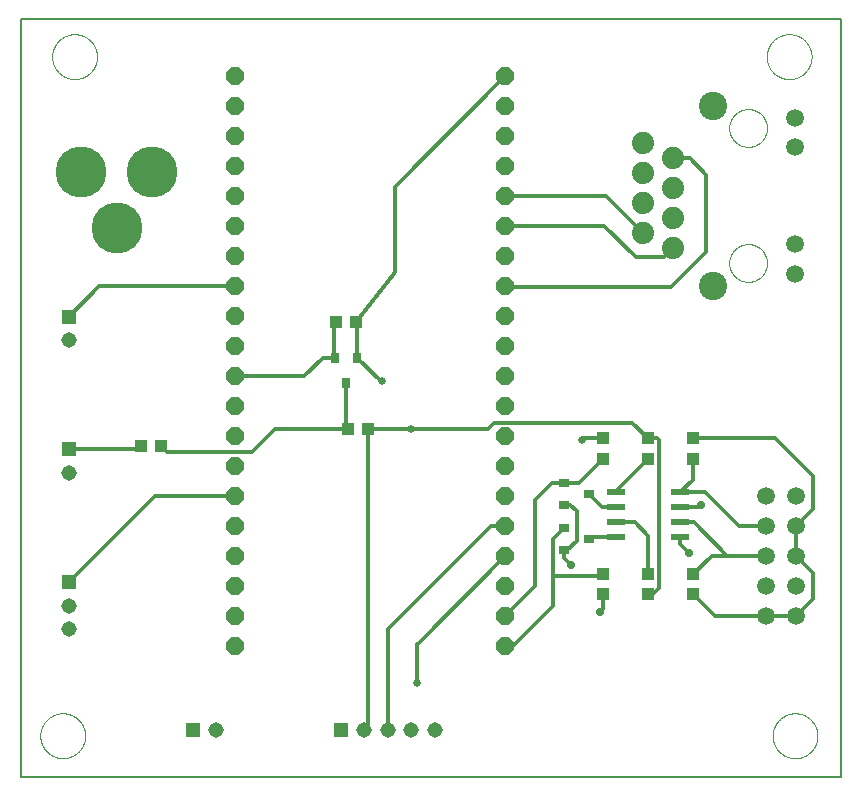
<source format=gtl>
G75*
%MOIN*%
%OFA0B0*%
%FSLAX25Y25*%
%IPPOS*%
%LPD*%
%AMOC8*
5,1,8,0,0,1.08239X$1,22.5*
%
%ADD10C,0.00600*%
%ADD11C,0.00000*%
%ADD12C,0.05150*%
%ADD13R,0.05150X0.05150*%
%ADD14C,0.07400*%
%ADD15C,0.09449*%
%ADD16C,0.05937*%
%ADD17C,0.17000*%
%ADD18OC8,0.05937*%
%ADD19R,0.05984X0.02402*%
%ADD20R,0.03543X0.03150*%
%ADD21R,0.04331X0.03937*%
%ADD22R,0.03937X0.04331*%
%ADD23R,0.03150X0.03543*%
%ADD24C,0.01200*%
%ADD25C,0.02775*%
%ADD26C,0.02578*%
D10*
X0015315Y0001300D02*
X0015315Y0253859D01*
X0288346Y0253859D01*
X0288346Y0001300D01*
X0015315Y0001300D01*
D11*
X0021614Y0015080D02*
X0021616Y0015264D01*
X0021623Y0015447D01*
X0021634Y0015630D01*
X0021650Y0015813D01*
X0021670Y0015996D01*
X0021695Y0016178D01*
X0021724Y0016359D01*
X0021758Y0016539D01*
X0021796Y0016719D01*
X0021838Y0016897D01*
X0021885Y0017075D01*
X0021936Y0017251D01*
X0021992Y0017426D01*
X0022051Y0017600D01*
X0022115Y0017772D01*
X0022183Y0017942D01*
X0022256Y0018111D01*
X0022332Y0018278D01*
X0022413Y0018443D01*
X0022497Y0018606D01*
X0022586Y0018767D01*
X0022678Y0018925D01*
X0022774Y0019082D01*
X0022875Y0019236D01*
X0022978Y0019387D01*
X0023086Y0019536D01*
X0023197Y0019682D01*
X0023312Y0019825D01*
X0023430Y0019966D01*
X0023552Y0020103D01*
X0023677Y0020238D01*
X0023805Y0020369D01*
X0023936Y0020497D01*
X0024071Y0020622D01*
X0024208Y0020744D01*
X0024349Y0020862D01*
X0024492Y0020977D01*
X0024638Y0021088D01*
X0024787Y0021196D01*
X0024938Y0021299D01*
X0025092Y0021400D01*
X0025249Y0021496D01*
X0025407Y0021588D01*
X0025568Y0021677D01*
X0025731Y0021761D01*
X0025896Y0021842D01*
X0026063Y0021918D01*
X0026232Y0021991D01*
X0026402Y0022059D01*
X0026574Y0022123D01*
X0026748Y0022182D01*
X0026923Y0022238D01*
X0027099Y0022289D01*
X0027277Y0022336D01*
X0027455Y0022378D01*
X0027635Y0022416D01*
X0027815Y0022450D01*
X0027996Y0022479D01*
X0028178Y0022504D01*
X0028361Y0022524D01*
X0028544Y0022540D01*
X0028727Y0022551D01*
X0028910Y0022558D01*
X0029094Y0022560D01*
X0029278Y0022558D01*
X0029461Y0022551D01*
X0029644Y0022540D01*
X0029827Y0022524D01*
X0030010Y0022504D01*
X0030192Y0022479D01*
X0030373Y0022450D01*
X0030553Y0022416D01*
X0030733Y0022378D01*
X0030911Y0022336D01*
X0031089Y0022289D01*
X0031265Y0022238D01*
X0031440Y0022182D01*
X0031614Y0022123D01*
X0031786Y0022059D01*
X0031956Y0021991D01*
X0032125Y0021918D01*
X0032292Y0021842D01*
X0032457Y0021761D01*
X0032620Y0021677D01*
X0032781Y0021588D01*
X0032939Y0021496D01*
X0033096Y0021400D01*
X0033250Y0021299D01*
X0033401Y0021196D01*
X0033550Y0021088D01*
X0033696Y0020977D01*
X0033839Y0020862D01*
X0033980Y0020744D01*
X0034117Y0020622D01*
X0034252Y0020497D01*
X0034383Y0020369D01*
X0034511Y0020238D01*
X0034636Y0020103D01*
X0034758Y0019966D01*
X0034876Y0019825D01*
X0034991Y0019682D01*
X0035102Y0019536D01*
X0035210Y0019387D01*
X0035313Y0019236D01*
X0035414Y0019082D01*
X0035510Y0018925D01*
X0035602Y0018767D01*
X0035691Y0018606D01*
X0035775Y0018443D01*
X0035856Y0018278D01*
X0035932Y0018111D01*
X0036005Y0017942D01*
X0036073Y0017772D01*
X0036137Y0017600D01*
X0036196Y0017426D01*
X0036252Y0017251D01*
X0036303Y0017075D01*
X0036350Y0016897D01*
X0036392Y0016719D01*
X0036430Y0016539D01*
X0036464Y0016359D01*
X0036493Y0016178D01*
X0036518Y0015996D01*
X0036538Y0015813D01*
X0036554Y0015630D01*
X0036565Y0015447D01*
X0036572Y0015264D01*
X0036574Y0015080D01*
X0036572Y0014896D01*
X0036565Y0014713D01*
X0036554Y0014530D01*
X0036538Y0014347D01*
X0036518Y0014164D01*
X0036493Y0013982D01*
X0036464Y0013801D01*
X0036430Y0013621D01*
X0036392Y0013441D01*
X0036350Y0013263D01*
X0036303Y0013085D01*
X0036252Y0012909D01*
X0036196Y0012734D01*
X0036137Y0012560D01*
X0036073Y0012388D01*
X0036005Y0012218D01*
X0035932Y0012049D01*
X0035856Y0011882D01*
X0035775Y0011717D01*
X0035691Y0011554D01*
X0035602Y0011393D01*
X0035510Y0011235D01*
X0035414Y0011078D01*
X0035313Y0010924D01*
X0035210Y0010773D01*
X0035102Y0010624D01*
X0034991Y0010478D01*
X0034876Y0010335D01*
X0034758Y0010194D01*
X0034636Y0010057D01*
X0034511Y0009922D01*
X0034383Y0009791D01*
X0034252Y0009663D01*
X0034117Y0009538D01*
X0033980Y0009416D01*
X0033839Y0009298D01*
X0033696Y0009183D01*
X0033550Y0009072D01*
X0033401Y0008964D01*
X0033250Y0008861D01*
X0033096Y0008760D01*
X0032939Y0008664D01*
X0032781Y0008572D01*
X0032620Y0008483D01*
X0032457Y0008399D01*
X0032292Y0008318D01*
X0032125Y0008242D01*
X0031956Y0008169D01*
X0031786Y0008101D01*
X0031614Y0008037D01*
X0031440Y0007978D01*
X0031265Y0007922D01*
X0031089Y0007871D01*
X0030911Y0007824D01*
X0030733Y0007782D01*
X0030553Y0007744D01*
X0030373Y0007710D01*
X0030192Y0007681D01*
X0030010Y0007656D01*
X0029827Y0007636D01*
X0029644Y0007620D01*
X0029461Y0007609D01*
X0029278Y0007602D01*
X0029094Y0007600D01*
X0028910Y0007602D01*
X0028727Y0007609D01*
X0028544Y0007620D01*
X0028361Y0007636D01*
X0028178Y0007656D01*
X0027996Y0007681D01*
X0027815Y0007710D01*
X0027635Y0007744D01*
X0027455Y0007782D01*
X0027277Y0007824D01*
X0027099Y0007871D01*
X0026923Y0007922D01*
X0026748Y0007978D01*
X0026574Y0008037D01*
X0026402Y0008101D01*
X0026232Y0008169D01*
X0026063Y0008242D01*
X0025896Y0008318D01*
X0025731Y0008399D01*
X0025568Y0008483D01*
X0025407Y0008572D01*
X0025249Y0008664D01*
X0025092Y0008760D01*
X0024938Y0008861D01*
X0024787Y0008964D01*
X0024638Y0009072D01*
X0024492Y0009183D01*
X0024349Y0009298D01*
X0024208Y0009416D01*
X0024071Y0009538D01*
X0023936Y0009663D01*
X0023805Y0009791D01*
X0023677Y0009922D01*
X0023552Y0010057D01*
X0023430Y0010194D01*
X0023312Y0010335D01*
X0023197Y0010478D01*
X0023086Y0010624D01*
X0022978Y0010773D01*
X0022875Y0010924D01*
X0022774Y0011078D01*
X0022678Y0011235D01*
X0022586Y0011393D01*
X0022497Y0011554D01*
X0022413Y0011717D01*
X0022332Y0011882D01*
X0022256Y0012049D01*
X0022183Y0012218D01*
X0022115Y0012388D01*
X0022051Y0012560D01*
X0021992Y0012734D01*
X0021936Y0012909D01*
X0021885Y0013085D01*
X0021838Y0013263D01*
X0021796Y0013441D01*
X0021758Y0013621D01*
X0021724Y0013801D01*
X0021695Y0013982D01*
X0021670Y0014164D01*
X0021650Y0014347D01*
X0021634Y0014530D01*
X0021623Y0014713D01*
X0021616Y0014896D01*
X0021614Y0015080D01*
X0251240Y0172658D02*
X0251242Y0172816D01*
X0251248Y0172974D01*
X0251258Y0173132D01*
X0251272Y0173290D01*
X0251290Y0173447D01*
X0251311Y0173604D01*
X0251337Y0173760D01*
X0251367Y0173916D01*
X0251400Y0174071D01*
X0251438Y0174224D01*
X0251479Y0174377D01*
X0251524Y0174529D01*
X0251573Y0174680D01*
X0251626Y0174829D01*
X0251682Y0174977D01*
X0251742Y0175123D01*
X0251806Y0175268D01*
X0251874Y0175411D01*
X0251945Y0175553D01*
X0252019Y0175693D01*
X0252097Y0175830D01*
X0252179Y0175966D01*
X0252263Y0176100D01*
X0252352Y0176231D01*
X0252443Y0176360D01*
X0252538Y0176487D01*
X0252635Y0176612D01*
X0252736Y0176734D01*
X0252840Y0176853D01*
X0252947Y0176970D01*
X0253057Y0177084D01*
X0253170Y0177195D01*
X0253285Y0177304D01*
X0253403Y0177409D01*
X0253524Y0177511D01*
X0253647Y0177611D01*
X0253773Y0177707D01*
X0253901Y0177800D01*
X0254031Y0177890D01*
X0254164Y0177976D01*
X0254299Y0178060D01*
X0254435Y0178139D01*
X0254574Y0178216D01*
X0254715Y0178288D01*
X0254857Y0178358D01*
X0255001Y0178423D01*
X0255147Y0178485D01*
X0255294Y0178543D01*
X0255443Y0178598D01*
X0255593Y0178649D01*
X0255744Y0178696D01*
X0255896Y0178739D01*
X0256049Y0178778D01*
X0256204Y0178814D01*
X0256359Y0178845D01*
X0256515Y0178873D01*
X0256671Y0178897D01*
X0256828Y0178917D01*
X0256986Y0178933D01*
X0257143Y0178945D01*
X0257302Y0178953D01*
X0257460Y0178957D01*
X0257618Y0178957D01*
X0257776Y0178953D01*
X0257935Y0178945D01*
X0258092Y0178933D01*
X0258250Y0178917D01*
X0258407Y0178897D01*
X0258563Y0178873D01*
X0258719Y0178845D01*
X0258874Y0178814D01*
X0259029Y0178778D01*
X0259182Y0178739D01*
X0259334Y0178696D01*
X0259485Y0178649D01*
X0259635Y0178598D01*
X0259784Y0178543D01*
X0259931Y0178485D01*
X0260077Y0178423D01*
X0260221Y0178358D01*
X0260363Y0178288D01*
X0260504Y0178216D01*
X0260643Y0178139D01*
X0260779Y0178060D01*
X0260914Y0177976D01*
X0261047Y0177890D01*
X0261177Y0177800D01*
X0261305Y0177707D01*
X0261431Y0177611D01*
X0261554Y0177511D01*
X0261675Y0177409D01*
X0261793Y0177304D01*
X0261908Y0177195D01*
X0262021Y0177084D01*
X0262131Y0176970D01*
X0262238Y0176853D01*
X0262342Y0176734D01*
X0262443Y0176612D01*
X0262540Y0176487D01*
X0262635Y0176360D01*
X0262726Y0176231D01*
X0262815Y0176100D01*
X0262899Y0175966D01*
X0262981Y0175830D01*
X0263059Y0175693D01*
X0263133Y0175553D01*
X0263204Y0175411D01*
X0263272Y0175268D01*
X0263336Y0175123D01*
X0263396Y0174977D01*
X0263452Y0174829D01*
X0263505Y0174680D01*
X0263554Y0174529D01*
X0263599Y0174377D01*
X0263640Y0174224D01*
X0263678Y0174071D01*
X0263711Y0173916D01*
X0263741Y0173760D01*
X0263767Y0173604D01*
X0263788Y0173447D01*
X0263806Y0173290D01*
X0263820Y0173132D01*
X0263830Y0172974D01*
X0263836Y0172816D01*
X0263838Y0172658D01*
X0263836Y0172500D01*
X0263830Y0172342D01*
X0263820Y0172184D01*
X0263806Y0172026D01*
X0263788Y0171869D01*
X0263767Y0171712D01*
X0263741Y0171556D01*
X0263711Y0171400D01*
X0263678Y0171245D01*
X0263640Y0171092D01*
X0263599Y0170939D01*
X0263554Y0170787D01*
X0263505Y0170636D01*
X0263452Y0170487D01*
X0263396Y0170339D01*
X0263336Y0170193D01*
X0263272Y0170048D01*
X0263204Y0169905D01*
X0263133Y0169763D01*
X0263059Y0169623D01*
X0262981Y0169486D01*
X0262899Y0169350D01*
X0262815Y0169216D01*
X0262726Y0169085D01*
X0262635Y0168956D01*
X0262540Y0168829D01*
X0262443Y0168704D01*
X0262342Y0168582D01*
X0262238Y0168463D01*
X0262131Y0168346D01*
X0262021Y0168232D01*
X0261908Y0168121D01*
X0261793Y0168012D01*
X0261675Y0167907D01*
X0261554Y0167805D01*
X0261431Y0167705D01*
X0261305Y0167609D01*
X0261177Y0167516D01*
X0261047Y0167426D01*
X0260914Y0167340D01*
X0260779Y0167256D01*
X0260643Y0167177D01*
X0260504Y0167100D01*
X0260363Y0167028D01*
X0260221Y0166958D01*
X0260077Y0166893D01*
X0259931Y0166831D01*
X0259784Y0166773D01*
X0259635Y0166718D01*
X0259485Y0166667D01*
X0259334Y0166620D01*
X0259182Y0166577D01*
X0259029Y0166538D01*
X0258874Y0166502D01*
X0258719Y0166471D01*
X0258563Y0166443D01*
X0258407Y0166419D01*
X0258250Y0166399D01*
X0258092Y0166383D01*
X0257935Y0166371D01*
X0257776Y0166363D01*
X0257618Y0166359D01*
X0257460Y0166359D01*
X0257302Y0166363D01*
X0257143Y0166371D01*
X0256986Y0166383D01*
X0256828Y0166399D01*
X0256671Y0166419D01*
X0256515Y0166443D01*
X0256359Y0166471D01*
X0256204Y0166502D01*
X0256049Y0166538D01*
X0255896Y0166577D01*
X0255744Y0166620D01*
X0255593Y0166667D01*
X0255443Y0166718D01*
X0255294Y0166773D01*
X0255147Y0166831D01*
X0255001Y0166893D01*
X0254857Y0166958D01*
X0254715Y0167028D01*
X0254574Y0167100D01*
X0254435Y0167177D01*
X0254299Y0167256D01*
X0254164Y0167340D01*
X0254031Y0167426D01*
X0253901Y0167516D01*
X0253773Y0167609D01*
X0253647Y0167705D01*
X0253524Y0167805D01*
X0253403Y0167907D01*
X0253285Y0168012D01*
X0253170Y0168121D01*
X0253057Y0168232D01*
X0252947Y0168346D01*
X0252840Y0168463D01*
X0252736Y0168582D01*
X0252635Y0168704D01*
X0252538Y0168829D01*
X0252443Y0168956D01*
X0252352Y0169085D01*
X0252263Y0169216D01*
X0252179Y0169350D01*
X0252097Y0169486D01*
X0252019Y0169623D01*
X0251945Y0169763D01*
X0251874Y0169905D01*
X0251806Y0170048D01*
X0251742Y0170193D01*
X0251682Y0170339D01*
X0251626Y0170487D01*
X0251573Y0170636D01*
X0251524Y0170787D01*
X0251479Y0170939D01*
X0251438Y0171092D01*
X0251400Y0171245D01*
X0251367Y0171400D01*
X0251337Y0171556D01*
X0251311Y0171712D01*
X0251290Y0171869D01*
X0251272Y0172026D01*
X0251258Y0172184D01*
X0251248Y0172342D01*
X0251242Y0172500D01*
X0251240Y0172658D01*
X0251240Y0217658D02*
X0251242Y0217816D01*
X0251248Y0217974D01*
X0251258Y0218132D01*
X0251272Y0218290D01*
X0251290Y0218447D01*
X0251311Y0218604D01*
X0251337Y0218760D01*
X0251367Y0218916D01*
X0251400Y0219071D01*
X0251438Y0219224D01*
X0251479Y0219377D01*
X0251524Y0219529D01*
X0251573Y0219680D01*
X0251626Y0219829D01*
X0251682Y0219977D01*
X0251742Y0220123D01*
X0251806Y0220268D01*
X0251874Y0220411D01*
X0251945Y0220553D01*
X0252019Y0220693D01*
X0252097Y0220830D01*
X0252179Y0220966D01*
X0252263Y0221100D01*
X0252352Y0221231D01*
X0252443Y0221360D01*
X0252538Y0221487D01*
X0252635Y0221612D01*
X0252736Y0221734D01*
X0252840Y0221853D01*
X0252947Y0221970D01*
X0253057Y0222084D01*
X0253170Y0222195D01*
X0253285Y0222304D01*
X0253403Y0222409D01*
X0253524Y0222511D01*
X0253647Y0222611D01*
X0253773Y0222707D01*
X0253901Y0222800D01*
X0254031Y0222890D01*
X0254164Y0222976D01*
X0254299Y0223060D01*
X0254435Y0223139D01*
X0254574Y0223216D01*
X0254715Y0223288D01*
X0254857Y0223358D01*
X0255001Y0223423D01*
X0255147Y0223485D01*
X0255294Y0223543D01*
X0255443Y0223598D01*
X0255593Y0223649D01*
X0255744Y0223696D01*
X0255896Y0223739D01*
X0256049Y0223778D01*
X0256204Y0223814D01*
X0256359Y0223845D01*
X0256515Y0223873D01*
X0256671Y0223897D01*
X0256828Y0223917D01*
X0256986Y0223933D01*
X0257143Y0223945D01*
X0257302Y0223953D01*
X0257460Y0223957D01*
X0257618Y0223957D01*
X0257776Y0223953D01*
X0257935Y0223945D01*
X0258092Y0223933D01*
X0258250Y0223917D01*
X0258407Y0223897D01*
X0258563Y0223873D01*
X0258719Y0223845D01*
X0258874Y0223814D01*
X0259029Y0223778D01*
X0259182Y0223739D01*
X0259334Y0223696D01*
X0259485Y0223649D01*
X0259635Y0223598D01*
X0259784Y0223543D01*
X0259931Y0223485D01*
X0260077Y0223423D01*
X0260221Y0223358D01*
X0260363Y0223288D01*
X0260504Y0223216D01*
X0260643Y0223139D01*
X0260779Y0223060D01*
X0260914Y0222976D01*
X0261047Y0222890D01*
X0261177Y0222800D01*
X0261305Y0222707D01*
X0261431Y0222611D01*
X0261554Y0222511D01*
X0261675Y0222409D01*
X0261793Y0222304D01*
X0261908Y0222195D01*
X0262021Y0222084D01*
X0262131Y0221970D01*
X0262238Y0221853D01*
X0262342Y0221734D01*
X0262443Y0221612D01*
X0262540Y0221487D01*
X0262635Y0221360D01*
X0262726Y0221231D01*
X0262815Y0221100D01*
X0262899Y0220966D01*
X0262981Y0220830D01*
X0263059Y0220693D01*
X0263133Y0220553D01*
X0263204Y0220411D01*
X0263272Y0220268D01*
X0263336Y0220123D01*
X0263396Y0219977D01*
X0263452Y0219829D01*
X0263505Y0219680D01*
X0263554Y0219529D01*
X0263599Y0219377D01*
X0263640Y0219224D01*
X0263678Y0219071D01*
X0263711Y0218916D01*
X0263741Y0218760D01*
X0263767Y0218604D01*
X0263788Y0218447D01*
X0263806Y0218290D01*
X0263820Y0218132D01*
X0263830Y0217974D01*
X0263836Y0217816D01*
X0263838Y0217658D01*
X0263836Y0217500D01*
X0263830Y0217342D01*
X0263820Y0217184D01*
X0263806Y0217026D01*
X0263788Y0216869D01*
X0263767Y0216712D01*
X0263741Y0216556D01*
X0263711Y0216400D01*
X0263678Y0216245D01*
X0263640Y0216092D01*
X0263599Y0215939D01*
X0263554Y0215787D01*
X0263505Y0215636D01*
X0263452Y0215487D01*
X0263396Y0215339D01*
X0263336Y0215193D01*
X0263272Y0215048D01*
X0263204Y0214905D01*
X0263133Y0214763D01*
X0263059Y0214623D01*
X0262981Y0214486D01*
X0262899Y0214350D01*
X0262815Y0214216D01*
X0262726Y0214085D01*
X0262635Y0213956D01*
X0262540Y0213829D01*
X0262443Y0213704D01*
X0262342Y0213582D01*
X0262238Y0213463D01*
X0262131Y0213346D01*
X0262021Y0213232D01*
X0261908Y0213121D01*
X0261793Y0213012D01*
X0261675Y0212907D01*
X0261554Y0212805D01*
X0261431Y0212705D01*
X0261305Y0212609D01*
X0261177Y0212516D01*
X0261047Y0212426D01*
X0260914Y0212340D01*
X0260779Y0212256D01*
X0260643Y0212177D01*
X0260504Y0212100D01*
X0260363Y0212028D01*
X0260221Y0211958D01*
X0260077Y0211893D01*
X0259931Y0211831D01*
X0259784Y0211773D01*
X0259635Y0211718D01*
X0259485Y0211667D01*
X0259334Y0211620D01*
X0259182Y0211577D01*
X0259029Y0211538D01*
X0258874Y0211502D01*
X0258719Y0211471D01*
X0258563Y0211443D01*
X0258407Y0211419D01*
X0258250Y0211399D01*
X0258092Y0211383D01*
X0257935Y0211371D01*
X0257776Y0211363D01*
X0257618Y0211359D01*
X0257460Y0211359D01*
X0257302Y0211363D01*
X0257143Y0211371D01*
X0256986Y0211383D01*
X0256828Y0211399D01*
X0256671Y0211419D01*
X0256515Y0211443D01*
X0256359Y0211471D01*
X0256204Y0211502D01*
X0256049Y0211538D01*
X0255896Y0211577D01*
X0255744Y0211620D01*
X0255593Y0211667D01*
X0255443Y0211718D01*
X0255294Y0211773D01*
X0255147Y0211831D01*
X0255001Y0211893D01*
X0254857Y0211958D01*
X0254715Y0212028D01*
X0254574Y0212100D01*
X0254435Y0212177D01*
X0254299Y0212256D01*
X0254164Y0212340D01*
X0254031Y0212426D01*
X0253901Y0212516D01*
X0253773Y0212609D01*
X0253647Y0212705D01*
X0253524Y0212805D01*
X0253403Y0212907D01*
X0253285Y0213012D01*
X0253170Y0213121D01*
X0253057Y0213232D01*
X0252947Y0213346D01*
X0252840Y0213463D01*
X0252736Y0213582D01*
X0252635Y0213704D01*
X0252538Y0213829D01*
X0252443Y0213956D01*
X0252352Y0214085D01*
X0252263Y0214216D01*
X0252179Y0214350D01*
X0252097Y0214486D01*
X0252019Y0214623D01*
X0251945Y0214763D01*
X0251874Y0214905D01*
X0251806Y0215048D01*
X0251742Y0215193D01*
X0251682Y0215339D01*
X0251626Y0215487D01*
X0251573Y0215636D01*
X0251524Y0215787D01*
X0251479Y0215939D01*
X0251438Y0216092D01*
X0251400Y0216245D01*
X0251367Y0216400D01*
X0251337Y0216556D01*
X0251311Y0216712D01*
X0251290Y0216869D01*
X0251272Y0217026D01*
X0251258Y0217184D01*
X0251248Y0217342D01*
X0251242Y0217500D01*
X0251240Y0217658D01*
X0263740Y0241457D02*
X0263742Y0241641D01*
X0263749Y0241824D01*
X0263760Y0242007D01*
X0263776Y0242190D01*
X0263796Y0242373D01*
X0263821Y0242555D01*
X0263850Y0242736D01*
X0263884Y0242916D01*
X0263922Y0243096D01*
X0263964Y0243274D01*
X0264011Y0243452D01*
X0264062Y0243628D01*
X0264118Y0243803D01*
X0264177Y0243977D01*
X0264241Y0244149D01*
X0264309Y0244319D01*
X0264382Y0244488D01*
X0264458Y0244655D01*
X0264539Y0244820D01*
X0264623Y0244983D01*
X0264712Y0245144D01*
X0264804Y0245302D01*
X0264900Y0245459D01*
X0265001Y0245613D01*
X0265104Y0245764D01*
X0265212Y0245913D01*
X0265323Y0246059D01*
X0265438Y0246202D01*
X0265556Y0246343D01*
X0265678Y0246480D01*
X0265803Y0246615D01*
X0265931Y0246746D01*
X0266062Y0246874D01*
X0266197Y0246999D01*
X0266334Y0247121D01*
X0266475Y0247239D01*
X0266618Y0247354D01*
X0266764Y0247465D01*
X0266913Y0247573D01*
X0267064Y0247676D01*
X0267218Y0247777D01*
X0267375Y0247873D01*
X0267533Y0247965D01*
X0267694Y0248054D01*
X0267857Y0248138D01*
X0268022Y0248219D01*
X0268189Y0248295D01*
X0268358Y0248368D01*
X0268528Y0248436D01*
X0268700Y0248500D01*
X0268874Y0248559D01*
X0269049Y0248615D01*
X0269225Y0248666D01*
X0269403Y0248713D01*
X0269581Y0248755D01*
X0269761Y0248793D01*
X0269941Y0248827D01*
X0270122Y0248856D01*
X0270304Y0248881D01*
X0270487Y0248901D01*
X0270670Y0248917D01*
X0270853Y0248928D01*
X0271036Y0248935D01*
X0271220Y0248937D01*
X0271404Y0248935D01*
X0271587Y0248928D01*
X0271770Y0248917D01*
X0271953Y0248901D01*
X0272136Y0248881D01*
X0272318Y0248856D01*
X0272499Y0248827D01*
X0272679Y0248793D01*
X0272859Y0248755D01*
X0273037Y0248713D01*
X0273215Y0248666D01*
X0273391Y0248615D01*
X0273566Y0248559D01*
X0273740Y0248500D01*
X0273912Y0248436D01*
X0274082Y0248368D01*
X0274251Y0248295D01*
X0274418Y0248219D01*
X0274583Y0248138D01*
X0274746Y0248054D01*
X0274907Y0247965D01*
X0275065Y0247873D01*
X0275222Y0247777D01*
X0275376Y0247676D01*
X0275527Y0247573D01*
X0275676Y0247465D01*
X0275822Y0247354D01*
X0275965Y0247239D01*
X0276106Y0247121D01*
X0276243Y0246999D01*
X0276378Y0246874D01*
X0276509Y0246746D01*
X0276637Y0246615D01*
X0276762Y0246480D01*
X0276884Y0246343D01*
X0277002Y0246202D01*
X0277117Y0246059D01*
X0277228Y0245913D01*
X0277336Y0245764D01*
X0277439Y0245613D01*
X0277540Y0245459D01*
X0277636Y0245302D01*
X0277728Y0245144D01*
X0277817Y0244983D01*
X0277901Y0244820D01*
X0277982Y0244655D01*
X0278058Y0244488D01*
X0278131Y0244319D01*
X0278199Y0244149D01*
X0278263Y0243977D01*
X0278322Y0243803D01*
X0278378Y0243628D01*
X0278429Y0243452D01*
X0278476Y0243274D01*
X0278518Y0243096D01*
X0278556Y0242916D01*
X0278590Y0242736D01*
X0278619Y0242555D01*
X0278644Y0242373D01*
X0278664Y0242190D01*
X0278680Y0242007D01*
X0278691Y0241824D01*
X0278698Y0241641D01*
X0278700Y0241457D01*
X0278698Y0241273D01*
X0278691Y0241090D01*
X0278680Y0240907D01*
X0278664Y0240724D01*
X0278644Y0240541D01*
X0278619Y0240359D01*
X0278590Y0240178D01*
X0278556Y0239998D01*
X0278518Y0239818D01*
X0278476Y0239640D01*
X0278429Y0239462D01*
X0278378Y0239286D01*
X0278322Y0239111D01*
X0278263Y0238937D01*
X0278199Y0238765D01*
X0278131Y0238595D01*
X0278058Y0238426D01*
X0277982Y0238259D01*
X0277901Y0238094D01*
X0277817Y0237931D01*
X0277728Y0237770D01*
X0277636Y0237612D01*
X0277540Y0237455D01*
X0277439Y0237301D01*
X0277336Y0237150D01*
X0277228Y0237001D01*
X0277117Y0236855D01*
X0277002Y0236712D01*
X0276884Y0236571D01*
X0276762Y0236434D01*
X0276637Y0236299D01*
X0276509Y0236168D01*
X0276378Y0236040D01*
X0276243Y0235915D01*
X0276106Y0235793D01*
X0275965Y0235675D01*
X0275822Y0235560D01*
X0275676Y0235449D01*
X0275527Y0235341D01*
X0275376Y0235238D01*
X0275222Y0235137D01*
X0275065Y0235041D01*
X0274907Y0234949D01*
X0274746Y0234860D01*
X0274583Y0234776D01*
X0274418Y0234695D01*
X0274251Y0234619D01*
X0274082Y0234546D01*
X0273912Y0234478D01*
X0273740Y0234414D01*
X0273566Y0234355D01*
X0273391Y0234299D01*
X0273215Y0234248D01*
X0273037Y0234201D01*
X0272859Y0234159D01*
X0272679Y0234121D01*
X0272499Y0234087D01*
X0272318Y0234058D01*
X0272136Y0234033D01*
X0271953Y0234013D01*
X0271770Y0233997D01*
X0271587Y0233986D01*
X0271404Y0233979D01*
X0271220Y0233977D01*
X0271036Y0233979D01*
X0270853Y0233986D01*
X0270670Y0233997D01*
X0270487Y0234013D01*
X0270304Y0234033D01*
X0270122Y0234058D01*
X0269941Y0234087D01*
X0269761Y0234121D01*
X0269581Y0234159D01*
X0269403Y0234201D01*
X0269225Y0234248D01*
X0269049Y0234299D01*
X0268874Y0234355D01*
X0268700Y0234414D01*
X0268528Y0234478D01*
X0268358Y0234546D01*
X0268189Y0234619D01*
X0268022Y0234695D01*
X0267857Y0234776D01*
X0267694Y0234860D01*
X0267533Y0234949D01*
X0267375Y0235041D01*
X0267218Y0235137D01*
X0267064Y0235238D01*
X0266913Y0235341D01*
X0266764Y0235449D01*
X0266618Y0235560D01*
X0266475Y0235675D01*
X0266334Y0235793D01*
X0266197Y0235915D01*
X0266062Y0236040D01*
X0265931Y0236168D01*
X0265803Y0236299D01*
X0265678Y0236434D01*
X0265556Y0236571D01*
X0265438Y0236712D01*
X0265323Y0236855D01*
X0265212Y0237001D01*
X0265104Y0237150D01*
X0265001Y0237301D01*
X0264900Y0237455D01*
X0264804Y0237612D01*
X0264712Y0237770D01*
X0264623Y0237931D01*
X0264539Y0238094D01*
X0264458Y0238259D01*
X0264382Y0238426D01*
X0264309Y0238595D01*
X0264241Y0238765D01*
X0264177Y0238937D01*
X0264118Y0239111D01*
X0264062Y0239286D01*
X0264011Y0239462D01*
X0263964Y0239640D01*
X0263922Y0239818D01*
X0263884Y0239998D01*
X0263850Y0240178D01*
X0263821Y0240359D01*
X0263796Y0240541D01*
X0263776Y0240724D01*
X0263760Y0240907D01*
X0263749Y0241090D01*
X0263742Y0241273D01*
X0263740Y0241457D01*
X0025551Y0241457D02*
X0025553Y0241641D01*
X0025560Y0241824D01*
X0025571Y0242007D01*
X0025587Y0242190D01*
X0025607Y0242373D01*
X0025632Y0242555D01*
X0025661Y0242736D01*
X0025695Y0242916D01*
X0025733Y0243096D01*
X0025775Y0243274D01*
X0025822Y0243452D01*
X0025873Y0243628D01*
X0025929Y0243803D01*
X0025988Y0243977D01*
X0026052Y0244149D01*
X0026120Y0244319D01*
X0026193Y0244488D01*
X0026269Y0244655D01*
X0026350Y0244820D01*
X0026434Y0244983D01*
X0026523Y0245144D01*
X0026615Y0245302D01*
X0026711Y0245459D01*
X0026812Y0245613D01*
X0026915Y0245764D01*
X0027023Y0245913D01*
X0027134Y0246059D01*
X0027249Y0246202D01*
X0027367Y0246343D01*
X0027489Y0246480D01*
X0027614Y0246615D01*
X0027742Y0246746D01*
X0027873Y0246874D01*
X0028008Y0246999D01*
X0028145Y0247121D01*
X0028286Y0247239D01*
X0028429Y0247354D01*
X0028575Y0247465D01*
X0028724Y0247573D01*
X0028875Y0247676D01*
X0029029Y0247777D01*
X0029186Y0247873D01*
X0029344Y0247965D01*
X0029505Y0248054D01*
X0029668Y0248138D01*
X0029833Y0248219D01*
X0030000Y0248295D01*
X0030169Y0248368D01*
X0030339Y0248436D01*
X0030511Y0248500D01*
X0030685Y0248559D01*
X0030860Y0248615D01*
X0031036Y0248666D01*
X0031214Y0248713D01*
X0031392Y0248755D01*
X0031572Y0248793D01*
X0031752Y0248827D01*
X0031933Y0248856D01*
X0032115Y0248881D01*
X0032298Y0248901D01*
X0032481Y0248917D01*
X0032664Y0248928D01*
X0032847Y0248935D01*
X0033031Y0248937D01*
X0033215Y0248935D01*
X0033398Y0248928D01*
X0033581Y0248917D01*
X0033764Y0248901D01*
X0033947Y0248881D01*
X0034129Y0248856D01*
X0034310Y0248827D01*
X0034490Y0248793D01*
X0034670Y0248755D01*
X0034848Y0248713D01*
X0035026Y0248666D01*
X0035202Y0248615D01*
X0035377Y0248559D01*
X0035551Y0248500D01*
X0035723Y0248436D01*
X0035893Y0248368D01*
X0036062Y0248295D01*
X0036229Y0248219D01*
X0036394Y0248138D01*
X0036557Y0248054D01*
X0036718Y0247965D01*
X0036876Y0247873D01*
X0037033Y0247777D01*
X0037187Y0247676D01*
X0037338Y0247573D01*
X0037487Y0247465D01*
X0037633Y0247354D01*
X0037776Y0247239D01*
X0037917Y0247121D01*
X0038054Y0246999D01*
X0038189Y0246874D01*
X0038320Y0246746D01*
X0038448Y0246615D01*
X0038573Y0246480D01*
X0038695Y0246343D01*
X0038813Y0246202D01*
X0038928Y0246059D01*
X0039039Y0245913D01*
X0039147Y0245764D01*
X0039250Y0245613D01*
X0039351Y0245459D01*
X0039447Y0245302D01*
X0039539Y0245144D01*
X0039628Y0244983D01*
X0039712Y0244820D01*
X0039793Y0244655D01*
X0039869Y0244488D01*
X0039942Y0244319D01*
X0040010Y0244149D01*
X0040074Y0243977D01*
X0040133Y0243803D01*
X0040189Y0243628D01*
X0040240Y0243452D01*
X0040287Y0243274D01*
X0040329Y0243096D01*
X0040367Y0242916D01*
X0040401Y0242736D01*
X0040430Y0242555D01*
X0040455Y0242373D01*
X0040475Y0242190D01*
X0040491Y0242007D01*
X0040502Y0241824D01*
X0040509Y0241641D01*
X0040511Y0241457D01*
X0040509Y0241273D01*
X0040502Y0241090D01*
X0040491Y0240907D01*
X0040475Y0240724D01*
X0040455Y0240541D01*
X0040430Y0240359D01*
X0040401Y0240178D01*
X0040367Y0239998D01*
X0040329Y0239818D01*
X0040287Y0239640D01*
X0040240Y0239462D01*
X0040189Y0239286D01*
X0040133Y0239111D01*
X0040074Y0238937D01*
X0040010Y0238765D01*
X0039942Y0238595D01*
X0039869Y0238426D01*
X0039793Y0238259D01*
X0039712Y0238094D01*
X0039628Y0237931D01*
X0039539Y0237770D01*
X0039447Y0237612D01*
X0039351Y0237455D01*
X0039250Y0237301D01*
X0039147Y0237150D01*
X0039039Y0237001D01*
X0038928Y0236855D01*
X0038813Y0236712D01*
X0038695Y0236571D01*
X0038573Y0236434D01*
X0038448Y0236299D01*
X0038320Y0236168D01*
X0038189Y0236040D01*
X0038054Y0235915D01*
X0037917Y0235793D01*
X0037776Y0235675D01*
X0037633Y0235560D01*
X0037487Y0235449D01*
X0037338Y0235341D01*
X0037187Y0235238D01*
X0037033Y0235137D01*
X0036876Y0235041D01*
X0036718Y0234949D01*
X0036557Y0234860D01*
X0036394Y0234776D01*
X0036229Y0234695D01*
X0036062Y0234619D01*
X0035893Y0234546D01*
X0035723Y0234478D01*
X0035551Y0234414D01*
X0035377Y0234355D01*
X0035202Y0234299D01*
X0035026Y0234248D01*
X0034848Y0234201D01*
X0034670Y0234159D01*
X0034490Y0234121D01*
X0034310Y0234087D01*
X0034129Y0234058D01*
X0033947Y0234033D01*
X0033764Y0234013D01*
X0033581Y0233997D01*
X0033398Y0233986D01*
X0033215Y0233979D01*
X0033031Y0233977D01*
X0032847Y0233979D01*
X0032664Y0233986D01*
X0032481Y0233997D01*
X0032298Y0234013D01*
X0032115Y0234033D01*
X0031933Y0234058D01*
X0031752Y0234087D01*
X0031572Y0234121D01*
X0031392Y0234159D01*
X0031214Y0234201D01*
X0031036Y0234248D01*
X0030860Y0234299D01*
X0030685Y0234355D01*
X0030511Y0234414D01*
X0030339Y0234478D01*
X0030169Y0234546D01*
X0030000Y0234619D01*
X0029833Y0234695D01*
X0029668Y0234776D01*
X0029505Y0234860D01*
X0029344Y0234949D01*
X0029186Y0235041D01*
X0029029Y0235137D01*
X0028875Y0235238D01*
X0028724Y0235341D01*
X0028575Y0235449D01*
X0028429Y0235560D01*
X0028286Y0235675D01*
X0028145Y0235793D01*
X0028008Y0235915D01*
X0027873Y0236040D01*
X0027742Y0236168D01*
X0027614Y0236299D01*
X0027489Y0236434D01*
X0027367Y0236571D01*
X0027249Y0236712D01*
X0027134Y0236855D01*
X0027023Y0237001D01*
X0026915Y0237150D01*
X0026812Y0237301D01*
X0026711Y0237455D01*
X0026615Y0237612D01*
X0026523Y0237770D01*
X0026434Y0237931D01*
X0026350Y0238094D01*
X0026269Y0238259D01*
X0026193Y0238426D01*
X0026120Y0238595D01*
X0026052Y0238765D01*
X0025988Y0238937D01*
X0025929Y0239111D01*
X0025873Y0239286D01*
X0025822Y0239462D01*
X0025775Y0239640D01*
X0025733Y0239818D01*
X0025695Y0239998D01*
X0025661Y0240178D01*
X0025632Y0240359D01*
X0025607Y0240541D01*
X0025587Y0240724D01*
X0025571Y0240907D01*
X0025560Y0241090D01*
X0025553Y0241273D01*
X0025551Y0241457D01*
X0265709Y0015080D02*
X0265711Y0015264D01*
X0265718Y0015447D01*
X0265729Y0015630D01*
X0265745Y0015813D01*
X0265765Y0015996D01*
X0265790Y0016178D01*
X0265819Y0016359D01*
X0265853Y0016539D01*
X0265891Y0016719D01*
X0265933Y0016897D01*
X0265980Y0017075D01*
X0266031Y0017251D01*
X0266087Y0017426D01*
X0266146Y0017600D01*
X0266210Y0017772D01*
X0266278Y0017942D01*
X0266351Y0018111D01*
X0266427Y0018278D01*
X0266508Y0018443D01*
X0266592Y0018606D01*
X0266681Y0018767D01*
X0266773Y0018925D01*
X0266869Y0019082D01*
X0266970Y0019236D01*
X0267073Y0019387D01*
X0267181Y0019536D01*
X0267292Y0019682D01*
X0267407Y0019825D01*
X0267525Y0019966D01*
X0267647Y0020103D01*
X0267772Y0020238D01*
X0267900Y0020369D01*
X0268031Y0020497D01*
X0268166Y0020622D01*
X0268303Y0020744D01*
X0268444Y0020862D01*
X0268587Y0020977D01*
X0268733Y0021088D01*
X0268882Y0021196D01*
X0269033Y0021299D01*
X0269187Y0021400D01*
X0269344Y0021496D01*
X0269502Y0021588D01*
X0269663Y0021677D01*
X0269826Y0021761D01*
X0269991Y0021842D01*
X0270158Y0021918D01*
X0270327Y0021991D01*
X0270497Y0022059D01*
X0270669Y0022123D01*
X0270843Y0022182D01*
X0271018Y0022238D01*
X0271194Y0022289D01*
X0271372Y0022336D01*
X0271550Y0022378D01*
X0271730Y0022416D01*
X0271910Y0022450D01*
X0272091Y0022479D01*
X0272273Y0022504D01*
X0272456Y0022524D01*
X0272639Y0022540D01*
X0272822Y0022551D01*
X0273005Y0022558D01*
X0273189Y0022560D01*
X0273373Y0022558D01*
X0273556Y0022551D01*
X0273739Y0022540D01*
X0273922Y0022524D01*
X0274105Y0022504D01*
X0274287Y0022479D01*
X0274468Y0022450D01*
X0274648Y0022416D01*
X0274828Y0022378D01*
X0275006Y0022336D01*
X0275184Y0022289D01*
X0275360Y0022238D01*
X0275535Y0022182D01*
X0275709Y0022123D01*
X0275881Y0022059D01*
X0276051Y0021991D01*
X0276220Y0021918D01*
X0276387Y0021842D01*
X0276552Y0021761D01*
X0276715Y0021677D01*
X0276876Y0021588D01*
X0277034Y0021496D01*
X0277191Y0021400D01*
X0277345Y0021299D01*
X0277496Y0021196D01*
X0277645Y0021088D01*
X0277791Y0020977D01*
X0277934Y0020862D01*
X0278075Y0020744D01*
X0278212Y0020622D01*
X0278347Y0020497D01*
X0278478Y0020369D01*
X0278606Y0020238D01*
X0278731Y0020103D01*
X0278853Y0019966D01*
X0278971Y0019825D01*
X0279086Y0019682D01*
X0279197Y0019536D01*
X0279305Y0019387D01*
X0279408Y0019236D01*
X0279509Y0019082D01*
X0279605Y0018925D01*
X0279697Y0018767D01*
X0279786Y0018606D01*
X0279870Y0018443D01*
X0279951Y0018278D01*
X0280027Y0018111D01*
X0280100Y0017942D01*
X0280168Y0017772D01*
X0280232Y0017600D01*
X0280291Y0017426D01*
X0280347Y0017251D01*
X0280398Y0017075D01*
X0280445Y0016897D01*
X0280487Y0016719D01*
X0280525Y0016539D01*
X0280559Y0016359D01*
X0280588Y0016178D01*
X0280613Y0015996D01*
X0280633Y0015813D01*
X0280649Y0015630D01*
X0280660Y0015447D01*
X0280667Y0015264D01*
X0280669Y0015080D01*
X0280667Y0014896D01*
X0280660Y0014713D01*
X0280649Y0014530D01*
X0280633Y0014347D01*
X0280613Y0014164D01*
X0280588Y0013982D01*
X0280559Y0013801D01*
X0280525Y0013621D01*
X0280487Y0013441D01*
X0280445Y0013263D01*
X0280398Y0013085D01*
X0280347Y0012909D01*
X0280291Y0012734D01*
X0280232Y0012560D01*
X0280168Y0012388D01*
X0280100Y0012218D01*
X0280027Y0012049D01*
X0279951Y0011882D01*
X0279870Y0011717D01*
X0279786Y0011554D01*
X0279697Y0011393D01*
X0279605Y0011235D01*
X0279509Y0011078D01*
X0279408Y0010924D01*
X0279305Y0010773D01*
X0279197Y0010624D01*
X0279086Y0010478D01*
X0278971Y0010335D01*
X0278853Y0010194D01*
X0278731Y0010057D01*
X0278606Y0009922D01*
X0278478Y0009791D01*
X0278347Y0009663D01*
X0278212Y0009538D01*
X0278075Y0009416D01*
X0277934Y0009298D01*
X0277791Y0009183D01*
X0277645Y0009072D01*
X0277496Y0008964D01*
X0277345Y0008861D01*
X0277191Y0008760D01*
X0277034Y0008664D01*
X0276876Y0008572D01*
X0276715Y0008483D01*
X0276552Y0008399D01*
X0276387Y0008318D01*
X0276220Y0008242D01*
X0276051Y0008169D01*
X0275881Y0008101D01*
X0275709Y0008037D01*
X0275535Y0007978D01*
X0275360Y0007922D01*
X0275184Y0007871D01*
X0275006Y0007824D01*
X0274828Y0007782D01*
X0274648Y0007744D01*
X0274468Y0007710D01*
X0274287Y0007681D01*
X0274105Y0007656D01*
X0273922Y0007636D01*
X0273739Y0007620D01*
X0273556Y0007609D01*
X0273373Y0007602D01*
X0273189Y0007600D01*
X0273005Y0007602D01*
X0272822Y0007609D01*
X0272639Y0007620D01*
X0272456Y0007636D01*
X0272273Y0007656D01*
X0272091Y0007681D01*
X0271910Y0007710D01*
X0271730Y0007744D01*
X0271550Y0007782D01*
X0271372Y0007824D01*
X0271194Y0007871D01*
X0271018Y0007922D01*
X0270843Y0007978D01*
X0270669Y0008037D01*
X0270497Y0008101D01*
X0270327Y0008169D01*
X0270158Y0008242D01*
X0269991Y0008318D01*
X0269826Y0008399D01*
X0269663Y0008483D01*
X0269502Y0008572D01*
X0269344Y0008664D01*
X0269187Y0008760D01*
X0269033Y0008861D01*
X0268882Y0008964D01*
X0268733Y0009072D01*
X0268587Y0009183D01*
X0268444Y0009298D01*
X0268303Y0009416D01*
X0268166Y0009538D01*
X0268031Y0009663D01*
X0267900Y0009791D01*
X0267772Y0009922D01*
X0267647Y0010057D01*
X0267525Y0010194D01*
X0267407Y0010335D01*
X0267292Y0010478D01*
X0267181Y0010624D01*
X0267073Y0010773D01*
X0266970Y0010924D01*
X0266869Y0011078D01*
X0266773Y0011235D01*
X0266681Y0011393D01*
X0266592Y0011554D01*
X0266508Y0011717D01*
X0266427Y0011882D01*
X0266351Y0012049D01*
X0266278Y0012218D01*
X0266210Y0012388D01*
X0266146Y0012560D01*
X0266087Y0012734D01*
X0266031Y0012909D01*
X0265980Y0013085D01*
X0265933Y0013263D01*
X0265891Y0013441D01*
X0265853Y0013621D01*
X0265819Y0013801D01*
X0265790Y0013982D01*
X0265765Y0014164D01*
X0265745Y0014347D01*
X0265729Y0014530D01*
X0265718Y0014713D01*
X0265711Y0014896D01*
X0265709Y0015080D01*
D12*
X0153189Y0017048D03*
X0145315Y0017048D03*
X0137441Y0017048D03*
X0129567Y0017048D03*
X0080276Y0017048D03*
X0031063Y0050513D03*
X0031063Y0058387D03*
X0031063Y0102678D03*
X0031063Y0146891D03*
D13*
X0031063Y0154765D03*
X0031063Y0110552D03*
X0031063Y0066261D03*
X0072402Y0017048D03*
X0121693Y0017048D03*
D14*
X0232539Y0177658D03*
X0222539Y0182658D03*
X0232539Y0187658D03*
X0222539Y0192658D03*
X0232539Y0197658D03*
X0222539Y0202658D03*
X0232539Y0207658D03*
X0222539Y0212658D03*
D15*
X0245709Y0225001D03*
X0245709Y0165158D03*
D16*
X0273268Y0169095D03*
X0273268Y0178938D03*
X0273268Y0211221D03*
X0273268Y0221064D03*
X0273346Y0094922D03*
X0263346Y0094922D03*
X0263346Y0084922D03*
X0263346Y0074922D03*
X0263346Y0064922D03*
X0263346Y0054922D03*
X0273346Y0054922D03*
X0273346Y0064922D03*
X0273346Y0074922D03*
X0273346Y0084922D03*
D17*
X0058937Y0202993D03*
X0047126Y0184489D03*
X0035315Y0202993D03*
D18*
X0086496Y0204922D03*
X0086496Y0194922D03*
X0086496Y0184922D03*
X0086496Y0174922D03*
X0086496Y0164922D03*
X0086496Y0154922D03*
X0086496Y0144922D03*
X0086496Y0134922D03*
X0086496Y0124922D03*
X0086496Y0114922D03*
X0086496Y0104922D03*
X0086496Y0094922D03*
X0086496Y0084922D03*
X0086496Y0074922D03*
X0086496Y0064922D03*
X0086496Y0054922D03*
X0086496Y0044922D03*
X0176496Y0044922D03*
X0176496Y0054922D03*
X0176496Y0064922D03*
X0176496Y0074922D03*
X0176496Y0084922D03*
X0176496Y0094922D03*
X0176496Y0104922D03*
X0176496Y0114922D03*
X0176496Y0124922D03*
X0176496Y0134922D03*
X0176496Y0144922D03*
X0176496Y0154922D03*
X0176496Y0164922D03*
X0176496Y0174922D03*
X0176496Y0184922D03*
X0176496Y0194922D03*
X0176496Y0204922D03*
X0176496Y0214922D03*
X0176496Y0224922D03*
X0176496Y0234922D03*
X0086496Y0234922D03*
X0086496Y0224922D03*
X0086496Y0214922D03*
D19*
X0213530Y0096202D03*
X0213530Y0091202D03*
X0213530Y0086202D03*
X0213530Y0081202D03*
X0234974Y0081202D03*
X0234974Y0086202D03*
X0234974Y0091202D03*
X0234974Y0096202D03*
D20*
X0204488Y0095670D03*
X0196220Y0091930D03*
X0196220Y0099410D03*
X0196220Y0084410D03*
X0204488Y0080670D03*
X0196220Y0076930D03*
D21*
X0209252Y0069017D03*
X0209252Y0062324D03*
X0224252Y0062324D03*
X0224252Y0069017D03*
X0239252Y0069017D03*
X0239252Y0062324D03*
X0239252Y0107481D03*
X0239252Y0114174D03*
X0224252Y0114174D03*
X0224252Y0107481D03*
X0209252Y0107481D03*
X0209252Y0114174D03*
D22*
X0130866Y0117442D03*
X0124173Y0117442D03*
X0126929Y0152875D03*
X0120236Y0152875D03*
X0061969Y0111536D03*
X0055276Y0111536D03*
D23*
X0119843Y0141064D03*
X0127323Y0141064D03*
X0123583Y0132796D03*
D24*
X0123583Y0118032D01*
X0124173Y0117442D01*
X0099961Y0117442D01*
X0092087Y0109568D01*
X0063937Y0109568D01*
X0061969Y0111536D01*
X0055276Y0111536D02*
X0054291Y0110552D01*
X0031063Y0110552D01*
X0059724Y0094922D02*
X0086496Y0094922D01*
X0059724Y0094922D02*
X0031063Y0066261D01*
X0086496Y0134922D02*
X0109567Y0134922D01*
X0115709Y0141064D01*
X0119646Y0141064D01*
X0119646Y0152284D01*
X0120236Y0152875D01*
X0126929Y0152875D02*
X0127323Y0152481D01*
X0127323Y0141064D01*
X0135197Y0133190D01*
X0135394Y0133190D01*
X0119843Y0141064D02*
X0119646Y0141064D01*
X0126929Y0152875D02*
X0139104Y0168796D01*
X0139724Y0169607D01*
X0139724Y0198150D01*
X0176496Y0234922D01*
X0176496Y0194922D02*
X0210276Y0194922D01*
X0222539Y0182658D01*
X0220039Y0174528D02*
X0229409Y0174528D01*
X0232539Y0177658D01*
X0243661Y0176497D02*
X0243661Y0202087D01*
X0238091Y0207658D01*
X0232539Y0207658D01*
X0209646Y0184922D02*
X0220039Y0174528D01*
X0209646Y0184922D02*
X0176496Y0184922D01*
X0176496Y0164922D02*
X0176732Y0164686D01*
X0231850Y0164686D01*
X0243661Y0176497D01*
X0218935Y0119491D02*
X0172876Y0119491D01*
X0170827Y0117442D01*
X0145236Y0117442D01*
X0130866Y0117442D01*
X0130866Y0018347D01*
X0129567Y0017048D01*
X0137441Y0017048D02*
X0137441Y0050591D01*
X0144252Y0057402D01*
X0149173Y0062324D01*
X0171772Y0084922D01*
X0176496Y0084922D01*
X0186575Y0093820D02*
X0192165Y0099410D01*
X0196220Y0099410D01*
X0201181Y0099410D01*
X0209252Y0107481D01*
X0209252Y0114174D02*
X0202992Y0114174D01*
X0202323Y0113505D01*
X0218935Y0119491D02*
X0224252Y0114174D01*
X0227244Y0114174D01*
X0227913Y0113505D01*
X0227913Y0064292D01*
X0225945Y0062324D01*
X0224252Y0062324D01*
X0224252Y0069017D02*
X0224252Y0081733D01*
X0219783Y0086202D01*
X0213530Y0086202D01*
X0213530Y0091202D02*
X0208957Y0091202D01*
X0204488Y0095670D01*
X0200354Y0089883D02*
X0200354Y0080040D01*
X0197244Y0076930D01*
X0196220Y0076930D01*
X0196220Y0074331D01*
X0198386Y0072166D01*
X0192480Y0068229D02*
X0192480Y0080670D01*
X0196220Y0084410D01*
X0200354Y0089883D02*
X0198307Y0091930D01*
X0196220Y0091930D01*
X0186575Y0093820D02*
X0186575Y0065001D01*
X0176496Y0054922D01*
X0176496Y0044922D02*
X0179016Y0044922D01*
X0192480Y0058387D01*
X0192480Y0068229D01*
X0208465Y0068229D01*
X0209252Y0069017D01*
X0209218Y0069051D01*
X0209252Y0062324D02*
X0209252Y0057442D01*
X0208228Y0056418D01*
X0204488Y0080670D02*
X0205020Y0081202D01*
X0213530Y0081202D01*
X0213530Y0096202D02*
X0213530Y0096759D01*
X0224252Y0107481D01*
X0239252Y0107481D02*
X0239252Y0100480D01*
X0234974Y0096202D01*
X0243248Y0096202D01*
X0254528Y0084922D01*
X0263346Y0084922D01*
X0263346Y0074922D02*
X0250748Y0074922D01*
X0250551Y0075119D01*
X0245354Y0075119D01*
X0239252Y0069017D01*
X0237756Y0076103D02*
X0234974Y0078885D01*
X0234974Y0081202D01*
X0234974Y0086202D02*
X0239469Y0086202D01*
X0250551Y0075119D01*
X0239252Y0062324D02*
X0246654Y0054922D01*
X0263346Y0054922D01*
X0273346Y0054922D01*
X0279094Y0060670D01*
X0279094Y0069174D01*
X0273346Y0074922D01*
X0273346Y0084922D01*
X0279094Y0090670D01*
X0279094Y0101694D01*
X0266614Y0114174D01*
X0239252Y0114174D01*
X0241693Y0091851D02*
X0241043Y0091202D01*
X0234974Y0091202D01*
X0176496Y0074922D02*
X0147677Y0046103D01*
X0147205Y0045631D01*
X0147205Y0032796D01*
X0031063Y0154765D02*
X0041220Y0164922D01*
X0086496Y0164922D01*
D25*
X0198386Y0072166D03*
X0208228Y0056418D03*
X0237756Y0076103D03*
X0241693Y0091851D03*
D26*
X0202323Y0113505D03*
X0145236Y0117442D03*
X0135394Y0133190D03*
X0147205Y0032796D03*
M02*

</source>
